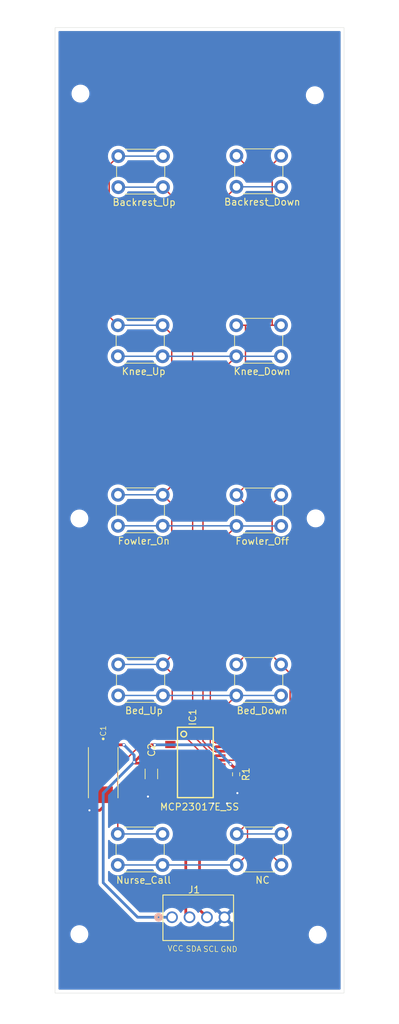
<source format=kicad_pcb>
(kicad_pcb (version 20241229) (generator "pcbnew") (generator_version "9.0")
  (layers (0 "F.Cu" signal) (2 "B.Cu" signal) (13 "F.Paste" user) (15 "B.Paste" user) (5 "F.SilkS" user "F.Silkscreen") (7 "B.SilkS" user "B.Silkscreen") (1 "F.Mask" user) (3 "B.Mask" user) (25 "Edge.Cuts" user))
  (net 0 "")
  (net 1 "+3.3V")
  (net 2 "GND")
  (net 7 "/C3")
  (net 8 "/R2")
  (net 9 "/C4")
  (net 10 "/C1")
  (net 12 "/C5")
  (net 16 "/SCL")
  (net 19 "/SDA")
  (net 20 "/R1")
  (net 21 "/C2")
  (net 25 "Net-(IC1-{slash}RESET)")
  (footprint "Button_Switch_THT:SW_PUSH_6mm" (layer "F.Cu") (at 123.839 71.161)
    (property "Reference" "SW4")
    (property "Value" "Knee_Down" (at 3.75 6.7 0) (layer "F.SilkS"))
    (fp_line (start -0.25 1.5) (end -0.25 3) (stroke (width 0.12)) (layer "F.SilkS"))
    (fp_line (start 1 5.5) (end 5.5 5.5) (stroke (width 0.12)) (layer "F.SilkS"))
    (fp_line (start 5.5 -1) (end 1 -1) (stroke (width 0.12)) (layer "F.SilkS"))
    (fp_line (start 6.75 3) (end 6.75 1.5) (stroke (width 0.12)) (layer "F.SilkS"))
    (pad "1" thru_hole circle (at 0 0 90) (size 2 2) (drill 1.1) (layers "*.Cu" "*.Mask") (net 8 "/R2"))
    (pad "1" thru_hole circle (at 6.5 0 90) (size 2 2) (drill 1.1) (layers "*.Cu" "*.Mask") (net 8 "/R2"))
    (pad "2" thru_hole circle (at 0 4.5 90) (size 2 2) (drill 1.1) (layers "*.Cu" "*.Mask") (net 21 "/C2"))
    (pad "2" thru_hole circle (at 6.5 4.5 90) (size 2 2) (drill 1.1) (layers "*.Cu" "*.Mask") (net 21 "/C2"))
  )
  (footprint "Button_Switch_THT:SW_PUSH_6mm" (layer "F.Cu") (at 123.863 46.588)
    (property "Reference" "SW2")
    (property "Value" "Backrest_Down" (at 3.75 6.7 0) (layer "F.SilkS"))
    (fp_line (start -0.25 1.5) (end -0.25 3) (stroke (width 0.12)) (layer "F.SilkS"))
    (fp_line (start 1 5.5) (end 5.5 5.5) (stroke (width 0.12)) (layer "F.SilkS"))
    (fp_line (start 5.5 -1) (end 1 -1) (stroke (width 0.12)) (layer "F.SilkS"))
    (fp_line (start 6.75 3) (end 6.75 1.5) (stroke (width 0.12)) (layer "F.SilkS"))
    (pad "1" thru_hole circle (at 0 0 90) (size 2 2) (drill 1.1) (layers "*.Cu" "*.Mask") (net 8 "/R2"))
    (pad "1" thru_hole circle (at 6.5 0 90) (size 2 2) (drill 1.1) (layers "*.Cu" "*.Mask") (net 8 "/R2"))
    (pad "2" thru_hole circle (at 0 4.5 90) (size 2 2) (drill 1.1) (layers "*.Cu" "*.Mask") (net 10 "/C1"))
    (pad "2" thru_hole circle (at 6.5 4.5 90) (size 2 2) (drill 1.1) (layers "*.Cu" "*.Mask") (net 10 "/C1"))
  )
  (footprint "Button_Switch_THT:SW_PUSH_6mm" (layer "F.Cu") (at 106.692 46.637)
    (property "Reference" "SW1")
    (property "Value" "Backrest_Up" (at 3.75 6.7 0) (layer "F.SilkS"))
    (fp_line (start -0.25 1.5) (end -0.25 3) (stroke (width 0.12)) (layer "F.SilkS"))
    (fp_line (start 1 5.5) (end 5.5 5.5) (stroke (width 0.12)) (layer "F.SilkS"))
    (fp_line (start 5.5 -1) (end 1 -1) (stroke (width 0.12)) (layer "F.SilkS"))
    (fp_line (start 6.75 3) (end 6.75 1.5) (stroke (width 0.12)) (layer "F.SilkS"))
    (pad "1" thru_hole circle (at 0 0 90) (size 2 2) (drill 1.1) (layers "*.Cu" "*.Mask") (net 20 "/R1"))
    (pad "1" thru_hole circle (at 6.5 0 90) (size 2 2) (drill 1.1) (layers "*.Cu" "*.Mask") (net 20 "/R1"))
    (pad "2" thru_hole circle (at 0 4.5 90) (size 2 2) (drill 1.1) (layers "*.Cu" "*.Mask") (net 10 "/C1"))
    (pad "2" thru_hole circle (at 6.5 4.5 90) (size 2 2) (drill 1.1) (layers "*.Cu" "*.Mask") (net 10 "/C1"))
  )
  (footprint "MountingHole:MountingHole_2.1mm" (layer "F.Cu") (at 101.036 159.457)
    (property "Reference" "REF5")
    (property "Value" "MountingHole_2.1mm")
    (pad "" np_thru_hole circle (at 0 0) (size 2.1 2.1) (drill 2.1) (layers "*.Cu" "*.Mask"))
  )
  (footprint "Resistor_SMD:R_0603_1608Metric" (layer "F.Cu") (at 123.82 136.269 -90)
    (property "Reference" "R1" (at 0 -1.43 90) (layer "F.SilkS"))
    (property "Value" "10K")
    (fp_line (start -0.237258 0.5225) (end 0.237258 0.5225) (stroke (width 0.12)) (layer "F.SilkS"))
    (fp_line (start -0.237258 -0.5225) (end 0.237258 -0.5225) (stroke (width 0.12)) (layer "F.SilkS"))
    (pad "1" smd roundrect (at -0.825 0 270) (size 0.8 0.95) (layers "F.Cu" "F.Mask" "F.Paste") (net 1 "+3.3V"))
    (pad "2" smd roundrect (at 0.825 0 270) (size 0.8 0.95) (layers "F.Cu" "F.Mask" "F.Paste") (net 25 "Net-(IC1-{slash}RESET)"))
  )
  (footprint "MountingHole:MountingHole_2.1mm" (layer "F.Cu") (at 101.036 99.184)
    (property "Reference" "REF3")
    (property "Value" "MountingHole_2.1mm")
    (pad "" np_thru_hole circle (at 0 0) (size 2.1 2.1) (drill 2.1) (layers "*.Cu" "*.Mask"))
  )
  (footprint "Button_Switch_THT:SW_PUSH_6mm" (layer "F.Cu") (at 123.848 120.343)
    (property "Reference" "SW8")
    (property "Value" "Bed_Down" (at 3.75 6.7 0) (layer "F.SilkS"))
    (fp_line (start -0.25 1.5) (end -0.25 3) (stroke (width 0.12)) (layer "F.SilkS"))
    (fp_line (start 1 5.5) (end 5.5 5.5) (stroke (width 0.12)) (layer "F.SilkS"))
    (fp_line (start 5.5 -1) (end 1 -1) (stroke (width 0.12)) (layer "F.SilkS"))
    (fp_line (start 6.75 3) (end 6.75 1.5) (stroke (width 0.12)) (layer "F.SilkS"))
    (pad "1" thru_hole circle (at 0 0 90) (size 2 2) (drill 1.1) (layers "*.Cu" "*.Mask") (net 8 "/R2"))
    (pad "1" thru_hole circle (at 6.5 0 90) (size 2 2) (drill 1.1) (layers "*.Cu" "*.Mask") (net 8 "/R2"))
    (pad "2" thru_hole circle (at 0 4.5 90) (size 2 2) (drill 1.1) (layers "*.Cu" "*.Mask") (net 9 "/C4"))
    (pad "2" thru_hole circle (at 6.5 4.5 90) (size 2 2) (drill 1.1) (layers "*.Cu" "*.Mask") (net 9 "/C4"))
  )
  (footprint "MountingHole:MountingHole_2.1mm" (layer "F.Cu") (at 101.196 37.572)
    (property "Reference" "REF1")
    (property "Value" "MountingHole_2.1mm")
    (pad "" np_thru_hole circle (at 0 0) (size 2.1 2.1) (drill 2.1) (layers "*.Cu" "*.Mask"))
  )
  (footprint "MountingHole:MountingHole_2.1mm" (layer "F.Cu") (at 135.374 99.164)
    (property "Reference" "REF4")
    (property "Value" "MountingHole_2.1mm")
    (pad "" np_thru_hole circle (at 0 0) (size 2.1 2.1) (drill 2.1) (layers "*.Cu" "*.Mask"))
  )
  (footprint "Button_Switch_THT:SW_PUSH_6mm" (layer "F.Cu") (at 106.63 71.158)
    (property "Reference" "SW3")
    (property "Value" "Knee_Up" (at 3.75 6.7 0) (layer "F.SilkS"))
    (fp_line (start -0.25 1.5) (end -0.25 3) (stroke (width 0.12)) (layer "F.SilkS"))
    (fp_line (start 1 5.5) (end 5.5 5.5) (stroke (width 0.12)) (layer "F.SilkS"))
    (fp_line (start 5.5 -1) (end 1 -1) (stroke (width 0.12)) (layer "F.SilkS"))
    (fp_line (start 6.75 3) (end 6.75 1.5) (stroke (width 0.12)) (layer "F.SilkS"))
    (pad "1" thru_hole circle (at 0 0 90) (size 2 2) (drill 1.1) (layers "*.Cu" "*.Mask") (net 20 "/R1"))
    (pad "1" thru_hole circle (at 6.5 0 90) (size 2 2) (drill 1.1) (layers "*.Cu" "*.Mask") (net 20 "/R1"))
    (pad "2" thru_hole circle (at 0 4.5 90) (size 2 2) (drill 1.1) (layers "*.Cu" "*.Mask") (net 21 "/C2"))
    (pad "2" thru_hole circle (at 6.5 4.5 90) (size 2 2) (drill 1.1) (layers "*.Cu" "*.Mask") (net 21 "/C2"))
  )
  (footprint "Button_Switch_THT:SW_PUSH_6mm" (layer "F.Cu") (at 123.867 95.768)
    (property "Reference" "SW6")
    (property "Value" "Fowler_Off" (at 3.75 6.7 0) (layer "F.SilkS"))
    (fp_line (start -0.25 1.5) (end -0.25 3) (stroke (width 0.12)) (layer "F.SilkS"))
    (fp_line (start 1 5.5) (end 5.5 5.5) (stroke (width 0.12)) (layer "F.SilkS"))
    (fp_line (start 5.5 -1) (end 1 -1) (stroke (width 0.12)) (layer "F.SilkS"))
    (fp_line (start 6.75 3) (end 6.75 1.5) (stroke (width 0.12)) (layer "F.SilkS"))
    (pad "1" thru_hole circle (at 0 0 90) (size 2 2) (drill 1.1) (layers "*.Cu" "*.Mask") (net 8 "/R2"))
    (pad "1" thru_hole circle (at 6.5 0 90) (size 2 2) (drill 1.1) (layers "*.Cu" "*.Mask") (net 8 "/R2"))
    (pad "2" thru_hole circle (at 0 4.5 90) (size 2 2) (drill 1.1) (layers "*.Cu" "*.Mask") (net 7 "/C3"))
    (pad "2" thru_hole circle (at 6.5 4.5 90) (size 2 2) (drill 1.1) (layers "*.Cu" "*.Mask") (net 7 "/C3"))
  )
  (footprint "custom_footprints:CAP_EEFSX0D221ER" (layer "F.Cu") (at 104.5 136.04 -90)
    (property "Reference" "C1" (at -6.04 0 270) (layer "F.SilkS") (effects (font (size 0.8 0.8) (thickness 0.1))))
    (property "Value" "10uF")
    (fp_line (start -3.65 2.15) (end 3.65 2.15) (stroke (width 0.127)) (layer "F.SilkS"))
    (fp_line (start -3.65 -2.15) (end 3.65 -2.15) (stroke (width 0.127)) (layer "F.SilkS"))
    (fp_circle (center -4.9 0) (end -4.8 0) (stroke (width 0.2)) (fill no) (layer "F.SilkS"))
    (pad "1" smd rect (at -3.2 0 270) (size 2.4 2.8) (layers "F.Cu" "F.Mask" "F.Paste") (net 1 "+3.3V"))
    (pad "2" smd rect (at 3.2 0 270) (size 2.4 2.8) (layers "F.Cu" "F.Mask" "F.Paste") (net 2 "GND"))
  )
  (footprint "Button_Switch_THT:SW_PUSH_6mm" (layer "F.Cu") (at 106.679 120.341)
    (property "Reference" "SW7")
    (property "Value" "Bed_Up" (at 3.75 6.7 0) (layer "F.SilkS"))
    (fp_line (start -0.25 1.5) (end -0.25 3) (stroke (width 0.12)) (layer "F.SilkS"))
    (fp_line (start 1 5.5) (end 5.5 5.5) (stroke (width 0.12)) (layer "F.SilkS"))
    (fp_line (start 5.5 -1) (end 1 -1) (stroke (width 0.12)) (layer "F.SilkS"))
    (fp_line (start 6.75 3) (end 6.75 1.5) (stroke (width 0.12)) (layer "F.SilkS"))
    (pad "1" thru_hole circle (at 0 0 90) (size 2 2) (drill 1.1) (layers "*.Cu" "*.Mask") (net 20 "/R1"))
    (pad "1" thru_hole circle (at 6.5 0 90) (size 2 2) (drill 1.1) (layers "*.Cu" "*.Mask") (net 20 "/R1"))
    (pad "2" thru_hole circle (at 0 4.5 90) (size 2 2) (drill 1.1) (layers "*.Cu" "*.Mask") (net 9 "/C4"))
    (pad "2" thru_hole circle (at 6.5 4.5 90) (size 2 2) (drill 1.1) (layers "*.Cu" "*.Mask") (net 9 "/C4"))
  )
  (footprint "MountingHole:MountingHole_2.1mm" (layer "F.Cu") (at 135.253 37.814)
    (property "Reference" "REF2")
    (property "Value" "MountingHole_2.1mm")
    (pad "" np_thru_hole circle (at 0 0) (size 2.1 2.1) (drill 2.1) (layers "*.Cu" "*.Mask"))
  )
  (footprint "custom_footprints:CONN04_1718560004_MOL" (layer "F.Cu") (at 114.5 157)
    (property "Reference" "J1" (at 3.2131 -3.981 0) (layer "F.SilkS"))
    (property "Value" "1718560004")
    (fp_line (start -1.3208 -3.2258) (end -1.3208 3.3782) (stroke (width 0.1524)) (layer "F.SilkS"))
    (fp_line (start -1.3208 3.3782) (end 8.9408 3.3782) (stroke (width 0.1524)) (layer "F.SilkS"))
    (fp_line (start 8.9408 -3.2258) (end -1.3208 -3.2258) (stroke (width 0.1524)) (layer "F.SilkS"))
    (fp_line (start 8.9408 3.3782) (end 8.9408 -3.2258) (stroke (width 0.1524)) (layer "F.SilkS"))
    (fp_arc (start -2.3368 0) (mid -1.9558 -0.381) (end -1.5748 0) (stroke (width 0.508)) (layer "F.SilkS"))
    (fp_arc (start -1.5748 0) (mid -1.9558 0.381) (end -2.3368 0) (stroke (width 0.508)) (layer "F.SilkS"))
    (fp_arc (start -2.3368 0) (mid -1.9558 -0.381) (end -1.5748 0) (stroke (width 0.508)) (layer "B.SilkS"))
    (fp_arc (start -1.5748 0) (mid -1.9558 0.381) (end -2.3368 0) (stroke (width 0.508)) (layer "B.SilkS"))
    (pad "1" thru_hole circle (at 0 0) (size 1.7018 1.7018) (drill 1.1938) (layers "*.Cu" "*.Mask") (net 1 "+3.3V"))
    (pad "2" thru_hole circle (at 2.54 0) (size 1.7018 1.7018) (drill 1.1938) (layers "*.Cu" "*.Mask") (net 19 "/SDA"))
    (pad "3" thru_hole circle (at 5.08 0) (size 1.7018 1.7018) (drill 1.1938) (layers "*.Cu" "*.Mask") (net 16 "/SCL"))
    (pad "4" thru_hole circle (at 7.62 0) (size 1.7018 1.7018) (drill 1.1938) (layers "*.Cu" "*.Mask") (net 2 "GND"))
  )
  (footprint "Button_Switch_THT:SW_PUSH_6mm" (layer "F.Cu") (at 106.62 144.923)
    (property "Reference" "SW9")
    (property "Value" "Nurse_Call" (at 3.75 6.7 0) (layer "F.SilkS"))
    (fp_line (start -0.25 1.5) (end -0.25 3) (stroke (width 0.12)) (layer "F.SilkS"))
    (fp_line (start 1 5.5) (end 5.5 5.5) (stroke (width 0.12)) (layer "F.SilkS"))
    (fp_line (start 5.5 -1) (end 1 -1) (stroke (width 0.12)) (layer "F.SilkS"))
    (fp_line (start 6.75 3) (end 6.75 1.5) (stroke (width 0.12)) (layer "F.SilkS"))
    (pad "1" thru_hole circle (at 0 0 90) (size 2 2) (drill 1.1) (layers "*.Cu" "*.Mask") (net 20 "/R1"))
    (pad "1" thru_hole circle (at 6.5 0 90) (size 2 2) (drill 1.1) (layers "*.Cu" "*.Mask") (net 20 "/R1"))
    (pad "2" thru_hole circle (at 0 4.5 90) (size 2 2) (drill 1.1) (layers "*.Cu" "*.Mask") (net 12 "/C5"))
    (pad "2" thru_hole circle (at 6.5 4.5 90) (size 2 2) (drill 1.1) (layers "*.Cu" "*.Mask") (net 12 "/C5"))
  )
  (footprint "custom_footprints:SSOP28" (layer "F.Cu") (at 117.892 134.555 -90)
    (property "Reference" "IC1" (at -6.555 0.392 90) (layer "F.SilkS"))
    (property "Value" "MCP23017E_SS" (at 6.445 -0.608 180) (layer "F.SilkS"))
    (fp_line (start -5.1 2.6) (end 5.1 2.6) (stroke (width 0.2032)) (layer "F.SilkS"))
    (fp_line (start 5.1 2.6) (end 5.1 -2.6) (stroke (width 0.2032)) (layer "F.SilkS"))
    (fp_line (start -5.10086 2.59975) (end -5.10086 -2.60025) (stroke (width 0.2032)) (layer "F.SilkS"))
    (fp_line (start 5.1 -2.6) (end -5.1 -2.6) (stroke (width 0.2032)) (layer "F.SilkS"))
    (fp_circle (center -4.11307 1.68699) (end -3.697151 1.68699) (stroke (width 0.2032)) (fill no) (layer "F.SilkS"))
    (pad "1" smd rect (at -4.225 3.625 270) (size 0.4 1.5) (layers "F.Cu" "F.Mask" "F.Paste"))
    (pad "2" smd rect (at -3.575 3.625 270) (size 0.4 1.5) (layers "F.Cu" "F.Mask" "F.Paste"))
    (pad "3" smd rect (at -2.925 3.625 270) (size 0.4 1.5) (layers "F.Cu" "F.Mask" "F.Paste"))
    (pad "4" smd rect (at -2.275 3.625 270) (size 0.4 1.5) (layers "F.Cu" "F.Mask" "F.Paste"))
    (pad "5" smd rect (at -1.625 3.625 270) (size 0.4 1.5) (layers "F.Cu" "F.Mask" "F.Paste"))
    (pad "6" smd rect (at -0.975 3.625 270) (size 0.4 1.5) (layers "F.Cu" "F.Mask" "F.Paste"))
    (pad "7" smd rect (at -0.325 3.625 270) (size 0.4 1.5) (layers "F.Cu" "F.Mask" "F.Paste"))
    (pad "8" smd rect (at 0.325 3.625 270) (size 0.4 1.5) (layers "F.Cu" "F.Mask" "F.Paste"))
    (pad "9" smd rect (at 0.975 3.625 270) (size 0.4 1.5) (layers "F.Cu" "F.Mask" "F.Paste") (net 1 "+3.3V"))
    (pad "10" smd rect (at 1.625 3.625 270) (size 0.4 1.5) (layers "F.Cu" "F.Mask" "F.Paste") (net 2 "GND"))
    (pad "11" smd rect (at 2.275 3.625 270) (size 0.4 1.5) (layers "F.Cu" "F.Mask" "F.Paste"))
    (pad "12" smd rect (at 2.925 3.625 270) (size 0.4 1.5) (layers "F.Cu" "F.Mask" "F.Paste") (net 16 "/SCL"))
    (pad "13" smd rect (at 3.575 3.625 270) (size 0.4 1.5) (layers "F.Cu" "F.Mask" "F.Paste") (net 19 "/SDA"))
    (pad "14" smd rect (at 4.225 3.625 270) (size 0.4 1.5) (layers "F.Cu" "F.Mask" "F.Paste"))
    (pad "15" smd rect (at 4.225 -3.625 270) (size 0.4 1.5) (layers "F.Cu" "F.Mask" "F.Paste") (net 2 "GND"))
    (pad "16" smd rect (at 3.575 -3.625 270) (size 0.4 1.5) (layers "F.Cu" "F.Mask" "F.Paste") (net 2 "GND"))
    (pad "17" smd rect (at 2.925 -3.625 270) (size 0.4 1.5) (layers "F.Cu" "F.Mask" "F.Paste") (net 2 "GND"))
    (pad "18" smd rect (at 2.275 -3.625 270) (size 0.4 1.5) (layers "F.Cu" "F.Mask" "F.Paste") (net 25 "Net-(IC1-{slash}RESET)"))
    (pad "19" smd rect (at 1.625 -3.625 270) (size 0.4 1.5) (layers "F.Cu" "F.Mask" "F.Paste"))
    (pad "20" smd rect (at 0.975 -3.625 270) (size 0.4 1.5) (layers "F.Cu" "F.Mask" "F.Paste"))
    (pad "21" smd rect (at 0.325 -3.625 270) (size 0.4 1.5) (layers "F.Cu" "F.Mask" "F.Paste") (net 20 "/R1"))
    (pad "22" smd rect (at -0.325 -3.625 270) (size 0.4 1.5) (layers "F.Cu" "F.Mask" "F.Paste") (net 8 "/R2"))
    (pad "23" smd rect (at -0.975 -3.625 270) (size 0.4 1.5) (layers "F.Cu" "F.Mask" "F.Paste") (net 10 "/C1"))
    (pad "24" smd rect (at -1.625 -3.625 270) (size 0.4 1.5) (layers "F.Cu" "F.Mask" "F.Paste") (net 21 "/C2"))
    (pad "25" smd rect (at -2.275 -3.625 270) (size 0.4 1.5) (layers "F.Cu" "F.Mask" "F.Paste") (net 7 "/C3"))
    (pad "26" smd rect (at -2.925 -3.625 270) (size 0.4 1.5) (layers "F.Cu" "F.Mask" "F.Paste") (net 9 "/C4"))
    (pad "27" smd rect (at -3.575 -3.625 270) (size 0.4 1.5) (layers "F.Cu" "F.Mask" "F.Paste") (net 12 "/C5"))
    (pad "28" smd rect (at -4.225 -3.625 270) (size 0.4 1.5) (layers "F.Cu" "F.Mask" "F.Paste"))
  )
  (footprint "Button_Switch_THT:SW_PUSH_6mm" (layer "F.Cu") (at 106.649 95.744)
    (property "Reference" "SW5")
    (property "Value" "Fowler_On" (at 3.75 6.7 0) (layer "F.SilkS"))
    (fp_line (start -0.25 1.5) (end -0.25 3) (stroke (width 0.12)) (layer "F.SilkS"))
    (fp_line (start 1 5.5) (end 5.5 5.5) (stroke (width 0.12)) (layer "F.SilkS"))
    (fp_line (start 5.5 -1) (end 1 -1) (stroke (width 0.12)) (layer "F.SilkS"))
    (fp_line (start 6.75 3) (end 6.75 1.5) (stroke (width 0.12)) (layer "F.SilkS"))
    (pad "1" thru_hole circle (at 0 0 90) (size 2 2) (drill 1.1) (layers "*.Cu" "*.Mask") (net 20 "/R1"))
    (pad "1" thru_hole circle (at 6.5 0 90) (size 2 2) (drill 1.1) (layers "*.Cu" "*.Mask") (net 20 "/R1"))
    (pad "2" thru_hole circle (at 0 4.5 90) (size 2 2) (drill 1.1) (layers "*.Cu" "*.Mask") (net 7 "/C3"))
    (pad "2" thru_hole circle (at 6.5 4.5 90) (size 2 2) (drill 1.1) (layers "*.Cu" "*.Mask") (net 7 "/C3"))
  )
  (footprint "Capacitor_SMD:C_1206_3216Metric_Pad1.33x1.80mm_HandSolder" (layer "F.Cu") (at 111.5 136.2215 -90)
    (property "Reference" "C2" (at -3.4695 -0.028 90) (layer "F.SilkS"))
    (property "Value" "0.1uF")
    (fp_line (start -0.711252 0.91) (end 0.711252 0.91) (stroke (width 0.12)) (layer "F.SilkS"))
    (fp_line (start -0.711252 -0.91) (end 0.711252 -0.91) (stroke (width 0.12)) (layer "F.SilkS"))
    (pad "1" smd roundrect (at -1.5625 0 270) (size 1.325 1.8) (layers "F.Cu" "F.Mask" "F.Paste") (roundrect_rratio 0.188679) (net 1 "+3.3V"))
    (pad "2" smd roundrect (at 1.5625 0 270) (size 1.325 1.8) (layers "F.Cu" "F.Mask" "F.Paste") (roundrect_rratio 0.188679) (net 2 "GND"))
  )
  (footprint "Button_Switch_THT:SW_PUSH_6mm" (layer "F.Cu") (at 123.904 144.923)
    (property "Reference" "SW10")
    (property "Value" "NC" (at 3.75 6.7 0) (layer "F.SilkS"))
    (fp_line (start -0.25 1.5) (end -0.25 3) (stroke (width 0.12)) (layer "F.SilkS"))
    (fp_line (start 1 5.5) (end 5.5 5.5) (stroke (width 0.12)) (layer "F.SilkS"))
    (fp_line (start 5.5 -1) (end 1 -1) (stroke (width 0.12)) (layer "F.SilkS"))
    (fp_line (start 6.75 3) (end 6.75 1.5) (stroke (width 0.12)) (layer "F.SilkS"))
    (pad "1" thru_hole circle (at 0 0 90) (size 2 2) (drill 1.1) (layers "*.Cu" "*.Mask") (net 8 "/R2"))
    (pad "1" thru_hole circle (at 6.5 0 90) (size 2 2) (drill 1.1) (layers "*.Cu" "*.Mask") (net 8 "/R2"))
    (pad "2" thru_hole circle (at 0 4.5 90) (size 2 2) (drill 1.1) (layers "*.Cu" "*.Mask") (net 12 "/C5"))
    (pad "2" thru_hole circle (at 6.5 4.5 90) (size 2 2) (drill 1.1) (layers "*.Cu" "*.Mask") (net 12 "/C5"))
  )
  (footprint "MountingHole:MountingHole_2.1mm" (layer "F.Cu") (at 135.673 159.541)
    (property "Reference" "REF6")
    (property "Value" "MountingHole_2.1mm")
    (pad "" np_thru_hole circle (at 0 0) (size 2.1 2.1) (drill 2.1) (layers "*.Cu" "*.Mask"))
  )
  (gr_rect (start 97.5 28) (end 139.5 168) (stroke (width 0.05)) (fill no) (layer "Edge.Cuts"))
  (gr_text "GND" (at 121.5 162.112 0) (layer "F.SilkS") (effects (font (size 0.8 0.8) (thickness 0.1)) (justify left bottom)))
  (gr_text "SCL" (at 118.973 162.084 0) (layer "F.SilkS") (effects (font (size 0.8 0.8) (thickness 0.1)) (justify left bottom)))
  (gr_text "VCC" (at 113.805 162 0) (layer "F.SilkS") (effects (font (size 0.8 0.8) (thickness 0.1)) (justify left bottom)))
  (gr_text "SDA" (at 116.445 162.056 0) (layer "F.SilkS") (effects (font (size 0.8 0.8) (thickness 0.1)) (justify left bottom)))
  (segment (start 112.371 135.53) (end 111.5 134.659) (width 0.4) (layer "F.Cu") (net 1))
  (segment (start 107.5 132) (end 105.34 132) (width 0.4) (layer "F.Cu") (net 1))
  (segment (start 123.664 135.444) (end 123 134.78) (width 0.4) (layer "F.Cu") (net 1))
  (segment (start 109.159 134.659) (end 109 134.5) (width 0.4) (layer "F.Cu") (net 1))
  (segment (start 111.5 134.659) (end 109.159 134.659) (width 0.4) (layer "F.Cu") (net 1))
  (segment (start 111.5 132) (end 109 134.5) (width 0.4) (layer "F.Cu") (net 1))
  (segment (start 112 132) (end 111.5 132) (width 0.4) (layer "F.Cu") (net 1))
  (segment (start 111.5305 134.9195) (end 111.761 135.15) (width 0.2) (layer "F.Cu") (net 1))
  (segment (start 114.267 135.53) (end 112.371 135.53) (width 0.4) (layer "F.Cu") (net 1))
  (segment (start 123.82 135.444) (end 123.664 135.444) (width 0.4) (layer "F.Cu") (net 1))
  (segment (start 105.34 132) (end 104.5 132.84) (width 0.4) (layer "F.Cu") (net 1))
  (via (at 109 134.5) (size 0.5) (drill 0.3) (layers "F.Cu" "B.Cu") (net 1))
  (via (at 123 134.78) (size 0.5) (drill 0.3) (layers "F.Cu" "B.Cu") (net 1))
  (via (at 107.5 132) (size 0.5) (drill 0.3) (layers "F.Cu" "B.Cu") (net 1))
  (via (at 112 132) (size 0.5) (drill 0.3) (layers "F.Cu" "B.Cu") (net 1))
  (segment (start 104.5 139) (end 104.5 152) (width 0.4) (layer "B.Cu") (net 1))
  (segment (start 109 133.5) (end 107.5 132) (width 0.4) (layer "B.Cu") (net 1))
  (segment (start 120.22 132) (end 112 132) (width 0.4) (layer "B.Cu") (net 1))
  (segment (start 109.5 157) (end 114.5 157) (width 0.4) (layer "B.Cu") (net 1))
  (segment (start 109 134.5) (end 109 133.5) (width 0.4) (layer "B.Cu") (net 1))
  (segment (start 123 134.78) (end 120.22 132) (width 0.4) (layer "B.Cu") (net 1))
  (segment (start 104.5 152) (end 109.5 157) (width 0.4) (layer "B.Cu") (net 1))
  (segment (start 109 134.5) (end 104.5 139) (width 0.4) (layer "B.Cu") (net 1))
  (segment (start 102.5 141.5) (end 104 141.5) (width 0.4) (layer "F.Cu") (net 2))
  (segment (start 104 141.5) (end 104.5 141) (width 0.4) (layer "F.Cu") (net 2))
  (segment (start 111.5 137.784) (end 111.5 139) (width 0.4) (layer "F.Cu") (net 2))
  (segment (start 122.5 140.5) (end 121.517 139.517) (width 0.4) (layer "F.Cu") (net 2))
  (segment (start 123.13 138.13) (end 121.517 138.13) (width 0.4) (layer "F.Cu") (net 2))
  (segment (start 114.267 136.18) (end 113.104 136.18) (width 0.4) (layer "F.Cu") (net 2))
  (segment (start 121.517 138.78) (end 122.0421 138.78) (width 0.2) (layer "F.Cu") (net 2))
  (segment (start 111.5 137.784) (end 111.5 137.191) (width 0.2) (layer "F.Cu") (net 2))
  (segment (start 119.52 137.48) (end 121.517 137.48) (width 0.4) (layer "F.Cu") (net 2))
  (segment (start 121.517 139.517) (end 121.517 138.78) (width 0.4) (layer "F.Cu") (net 2))
  (segment (start 119.1669 136.18) (end 120.4669 137.48) (width 0.4) (layer "F.Cu") (net 2))
  (segment (start 124 139) (end 123.13 138.13) (width 0.4) (layer "F.Cu") (net 2))
  (segment (start 104.5 141) (end 104.5 139.24) (width 0.4) (layer "F.Cu") (net 2))
  (segment (start 120.5 140.5) (end 119.5 139.5) (width 0.4) (layer "F.Cu") (net 2))
  (segment (start 121.517 138.13) (end 121.1515 138.13) (width 0.2) (layer "F.Cu") (net 2))
  (segment (start 114.267 136.18) (end 119.1669 136.18) (width 0.4) (layer "F.Cu") (net 2))
  (segment (start 111.5 139) (end 111 139.5) (width 0.4) (layer "F.Cu") (net 2))
  (segment (start 119.5 139.5) (end 119.5 137.5) (width 0.4) (layer "F.Cu") (net 2))
  (segment (start 113.104 136.18) (end 111.5 137.784) (width 0.4) (layer "F.Cu") (net 2))
  (segment (start 119.5 137.5) (end 119.52 137.48) (width 0.4) (layer "F.Cu") (net 2))
  (via (at 111 139.5) (size 0.5) (drill 0.3) (layers "F.Cu" "B.Cu") (net 2))
  (via (at 124 139) (size 0.5) (drill 0.3) (layers "F.Cu" "B.Cu") (net 2))
  (via (at 120.5 140.5) (size 0.5) (drill 0.3) (layers "F.Cu" "B.Cu") (net 2))
  (via (at 122.5 140.5) (size 0.5) (drill 0.3) (layers "F.Cu" "B.Cu") (net 2))
  (via (at 102.5 141.5) (size 0.5) (drill 0.3) (layers "F.Cu" "B.Cu") (net 2))
  (segment (start 120.0668 104.0682) (end 120.0668 131.8799) (width 0.2) (layer "F.Cu") (net 7))
  (segment (start 123.867 100.268) (end 120.0668 104.0682) (width 0.2) (layer "F.Cu") (net 7))
  (segment (start 120.0668 131.8799) (end 120.4669 132.28) (width 0.2) (layer "F.Cu") (net 7))
  (segment (start 121.517 132.28) (end 120.4669 132.28) (width 0.2) (layer "F.Cu") (net 7))
  (segment (start 106.649 100.244) (end 113.149 100.244) (width 0.2) (layer "B.Cu") (net 7))
  (segment (start 123.843 100.244) (end 123.867 100.268) (width 0.2) (layer "B.Cu") (net 7))
  (segment (start 113.149 100.244) (end 123.843 100.244) (width 0.2) (layer "B.Cu") (net 7))
  (segment (start 130.367 100.268) (end 123.867 100.268) (width 0.2) (layer "B.Cu") (net 7))
  (segment (start 125.1862 97.0872) (end 123.867 95.768) (width 0.2) (layer "F.Cu") (net 8))
  (segment (start 131.6624 121.6574) (end 131.6624 143.6646) (width 0.2) (layer "F.Cu") (net 8))
  (segment (start 129.0478 119.0428) (end 130.348 120.343) (width 0.2) (layer "F.Cu") (net 8))
  (segment (start 130.348 120.343) (end 131.6624 121.6574) (width 0.2) (layer "F.Cu") (net 8))
  (segment (start 129.0595 71.161) (end 129.0595 47.8915) (width 0.2) (layer "F.Cu") (net 8))
  (segment (start 129.0595 47.8915) (end 125.1665 47.8915) (width 0.2) (layer "F.Cu") (net 8))
  (segment (start 125.1665 47.8915) (end 123.863 46.588) (width 0.2) (layer "F.Cu") (net 8))
  (segment (start 125.1482 119.0428) (end 123.848 120.343) (width 0.2) (layer "F.Cu") (net 8))
  (segment (start 121.517 134.23) (end 124.73 134.23) (width 0.2) (layer "F.Cu") (net 8))
  (segment (start 123.867 95.768) (end 125.1759 94.4591) (width 0.2) (layer "F.Cu") (net 8))
  (segment (start 129.0478 97.0872) (end 125.1862 97.0872) (width 0.2) (layer "F.Cu") (net 8))
  (segment (start 129.0595 47.8915) (end 130.363 46.588) (width 0.2) (layer "F.Cu") (net 8))
  (segment (start 125.1759 94.4591) (end 125.1759 71.161) (width 0.2) (layer "F.Cu") (net 8))
  (segment (start 129.0478 97.0872) (end 129.0478 119.0428) (width 0.2) (layer "F.Cu") (net 8))
  (segment (start 129.0478 119.0428) (end 125.1482 119.0428) (width 0.2) (layer "F.Cu") (net 8))
  (segment (start 129.0478 97.0872) (end 130.367 95.768) (width 0.2) (layer "F.Cu") (net 8))
  (segment (start 125.1759 71.161) (end 129.0595 71.161) (width 0.2) (layer "F.Cu") (net 8))
  (segment (start 123.839 71.161) (end 125.1759 71.161) (width 0.2) (layer "F.Cu") (net 8))
  (segment (start 125.0692 143.7578) (end 123.904 144.923) (width 0.2) (layer "F.Cu") (net 8))
  (segment (start 124.73 134.23) (end 125.0692 134.5692) (width 0.2) (layer "F.Cu") (net 8))
  (segment (start 129.0595 71.161) (end 130.339 71.161) (width 0.2) (layer "F.Cu") (net 8))
  (segment (start 125.0692 134.5692) (end 125.0692 143.7578) (width 0.2) (layer "F.Cu") (net 8))
  (segment (start 131.6624 143.6646) (end 130.404 144.923) (width 0.2) (layer "F.Cu") (net 8))
  (segment (start 123.904 144.923) (end 130.404 144.923) (width 0.2) (layer "B.Cu") (net 8))
  (segment (start 121.517 131.63) (end 120.4669 131.63) (width 0.2) (layer "F.Cu") (net 9))
  (segment (start 120.4669 131.63) (end 120.4669 128.2241) (width 0.2) (layer "F.Cu") (net 9))
  (segment (start 120.4669 128.2241) (end 123.848 124.843) (width 0.2) (layer "F.Cu") (net 9))
  (segment (start 113.181 124.843) (end 113.179 124.841) (width 0.2) (layer "B.Cu") (net 9))
  (segment (start 123.848 124.843) (end 113.181 124.843) (width 0.2) (layer "B.Cu") (net 9))
  (segment (start 113.179 124.841) (end 106.679 124.841) (width 0.2) (layer "B.Cu") (net 9))
  (segment (start 130.348 124.843) (end 123.848 124.843) (width 0.2) (layer "B.Cu") (net 9))
  (segment (start 120.1065 54.8445) (end 119.2666 54.8445) (width 0.2) (layer "F.Cu") (net 10))
  (segment (start 123.863 51.088) (end 120.1065 54.8445) (width 0.2) (layer "F.Cu") (net 10))
  (segment (start 117.5 56.6111) (end 117.5 130.6131) (width 0.2) (layer "F.Cu") (net 10))
  (segment (start 120.4669 133.58) (end 121.517 133.58) (width 0.2) (layer "F.Cu") (net 10))
  (segment (start 117.5 130.6131) (end 120.4669 133.58) (width 0.2) (layer "F.Cu") (net 10))
  (segment (start 116.8995 54.8445) (end 113.192 51.137) (width 0.2) (layer "F.Cu") (net 10))
  (segment (start 119.2666 54.8445) (end 117.5 56.6111) (width 0.2) (layer "F.Cu") (net 10))
  (segment (start 119.2666 54.8445) (end 116.8995 54.8445) (width 0.2) (layer "F.Cu") (net 10))
  (segment (start 113.192 51.137) (end 106.692 51.137) (width 0.2) (layer "B.Cu") (net 10))
  (segment (start 130.363 51.088) (end 123.863 51.088) (width 0.2) (layer "B.Cu") (net 10))
  (segment (start 125.4694 147.8576) (end 123.904 149.423) (width 0.2) (layer "F.Cu") (net 12))
  (segment (start 121.517 130.98) (end 122.5671 130.98) (width 0.2) (layer "F.Cu") (net 12))
  (segment (start 122.5671 130.98) (end 125.4694 133.8823) (width 0.2) (layer "F.Cu") (net 12))
  (segment (start 125.4694 133.8823) (end 125.4694 147.8576) (width 0.2) (layer "F.Cu") (net 12))
  (segment (start 130.404 149.423) (end 128.8386 147.8576) (width 0.2) (layer "F.Cu") (net 12))
  (segment (start 128.8386 147.8576) (end 125.4694 147.8576) (width 0.2) (layer "F.Cu") (net 12))
  (segment (start 123.904 149.423) (end 113.12 149.423) (width 0.2) (layer "B.Cu") (net 12))
  (segment (start 113.12 149.423) (end 106.62 149.423) (width 0.2) (layer "B.Cu") (net 12))
  (segment (start 115.48 137.48) (end 118.5 140.5) (width 0.4) (layer "F.Cu") (net 16))
  (segment (start 118.5 140.5) (end 118.5 155.92) (width 0.4) (layer "F.Cu") (net 16))
  (segment (start 114.267 137.48) (end 115.48 137.48) (width 0.4) (layer "F.Cu") (net 16))
  (segment (start 118.5 155.92) (end 119.58 157) (width 0.4) (layer "F.Cu") (net 16))
  (segment (start 116.5 139.349942) (end 115.280058 138.13) (width 0.4) (layer "F.Cu") (net 19))
  (segment (start 116.5 145.087672) (end 116.5 139.349942) (width 0.4) (layer "F.Cu") (net 19))
  (segment (start 116.5 145.553069) (end 116.5 145.433069) (width 0.4) (layer "F.Cu") (net 19))
  (segment (start 117.04 157) (end 116.5 156.46) (width 0.4) (layer "F.Cu") (net 19))
  (segment (start 116.5 156.46) (end 116.5 146.633069) (width 0.4) (layer "F.Cu") (net 19))
  (segment (start 115.74 145.793069) (end 116.26 145.793069) (width 0.4) (layer "F.Cu") (net 19))
  (segment (start 115.5 146.153069) (end 115.5 146.033069) (width 0.4) (layer "F.Cu") (net 19))
  (segment (start 117 156.96) (end 117.04 157) (width 0.2) (layer "F.Cu") (net 19))
  (segment (start 116.26 146.393069) (end 115.74 146.393069) (width 0.4) (layer "F.Cu") (net 19))
  (segment (start 116.5 145.433069) (end 116.5 145.087672) (width 0.4) (layer "F.Cu") (net 19))
  (segment (start 115.280058 138.13) (end 114.267 138.13) (width 0.4) (layer "F.Cu") (net 19))
  (arc (start 115.5 146.033069) (mid 115.570294 145.863363) (end 115.74 145.793069) (width 0.4) (layer "F.Cu") (net 19))
  (arc (start 115.74 146.393069) (mid 115.570294 146.322775) (end 115.5 146.153069) (width 0.4) (layer "F.Cu") (net 19))
  (arc (start 116.26 145.793069) (mid 116.429706 145.722775) (end 116.5 145.553069) (width 0.4) (layer "F.Cu") (net 19))
  (arc (start 116.5 146.633069) (mid 116.429706 146.463363) (end 116.26 146.393069) (width 0.4) (layer "F.Cu") (net 19))
  (segment (start 113.179 120.341) (end 114.4624 119.0576) (width 0.2) (layer "F.Cu") (net 20))
  (segment (start 114.5276 129.4684) (end 112.4656 129.4684) (width 0.2) (layer "F.Cu") (net 20))
  (segment (start 121.517 134.88) (end 120.4669 134.88) (width 0.2) (layer "F.Cu") (net 20))
  (segment (start 114.5276 121.6896) (end 113.179 120.341) (width 0.2) (layer "F.Cu") (net 20))
  (segment (start 114.4598 72.4878) (end 114.4598 94.4332) (width 0.2) (layer "F.Cu") (net 20))
  (segment (start 115.0553 129.4684) (end 114.5276 129.4684) (width 0.2) (layer "F.Cu") (net 20))
  (segment (start 105.3706 47.9584) (end 105.3706 69.8986) (width 0.2) (layer "F.Cu") (net 20))
  (segment (start 106.692 46.637) (end 105.3706 47.9584) (width 0.2) (layer "F.Cu") (net 20))
  (segment (start 114.4624 97.0574) (end 113.149 95.744) (width 0.2) (layer "F.Cu") (net 20))
  (segment (start 114.5276 129.4684) (end 114.5276 121.6896) (width 0.2) (layer "F.Cu") (net 20))
  (segment (start 105.3706 69.8986) (end 106.63 71.158) (width 0.2) (layer "F.Cu") (net 20))
  (segment (start 114.4598 94.4332) (end 113.149 95.744) (width 0.2) (layer "F.Cu") (net 20))
  (segment (start 112.4656 129.4684) (end 106.62 135.314) (width 0.2) (layer "F.Cu") (net 20))
  (segment (start 113.13 71.158) (end 114.4598 72.4878) (width 0.2) (layer "F.Cu") (net 20))
  (segment (start 106.62 135.314) (end 106.62 144.923) (width 0.2) (layer "F.Cu") (net 20))
  (segment (start 114.4624 119.0576) (end 114.4624 97.0574) (width 0.2) (layer "F.Cu") (net 20))
  (segment (start 120.4669 134.88) (end 115.0553 129.4684) (width 0.2) (layer "F.Cu") (net 20))
  (segment (start 113.13 71.158) (end 106.63 71.158) (width 0.2) (layer "B.Cu") (net 20))
  (segment (start 113.149 95.744) (end 106.649 95.744) (width 0.2) (layer "B.Cu") (net 20))
  (segment (start 113.192 46.637) (end 106.692 46.637) (width 0.2) (layer "B.Cu") (net 20))
  (segment (start 113.12 144.923) (end 106.62 144.923) (width 0.2) (layer "B.Cu") (net 20))
  (segment (start 113.179 120.341) (end 106.679 120.341) (width 0.2) (layer "B.Cu") (net 20))
  (segment (start 119 131.4631) (end 120.4669 132.93) (width 0.2) (layer "F.Cu") (net 21))
  (segment (start 119 80.5) (end 119 131.4631) (width 0.2) (layer "F.Cu") (net 21))
  (segment (start 120.4669 132.93) (end 121.517 132.93) (width 0.2) (layer "F.Cu") (net 21))
  (segment (start 123.839 75.661) (end 119 80.5) (width 0.2) (layer "F.Cu") (net 21))
  (segment (start 130.339 75.661) (end 123.839 75.661) (width 0.2) (layer "B.Cu") (net 21))
  (segment (start 113.133 75.661) (end 113.13 75.658) (width 0.2) (layer "B.Cu") (net 21))
  (segment (start 123.839 75.661) (end 113.133 75.661) (width 0.2) (layer "B.Cu") (net 21))
  (segment (start 106.63 75.658) (end 113.13 75.658) (width 0.2) (layer "B.Cu") (net 21))
  (segment (start 121.517 136.83) (end 123.556 136.83) (width 0.2) (layer "F.Cu") (net 25))
  (segment (start 123.556 136.83) (end 123.82 137.094) (width 0.2) (layer "F.Cu") (net 25))
  (zone (net 2) (net_name "GND") (layer "B.Cu") (name "GND") (connect_pads (clearance 0.5)) (min_thickness 0.25) (fill yes (thermal_gap 0.5) (thermal_bridge_width 0.5))
    (polygon (pts (xy 90.5 24) (xy 90.5 172.5) (xy 147.5 172.5) (xy 147 24.5) (xy 89.5 24)))
  )
)
</source>
